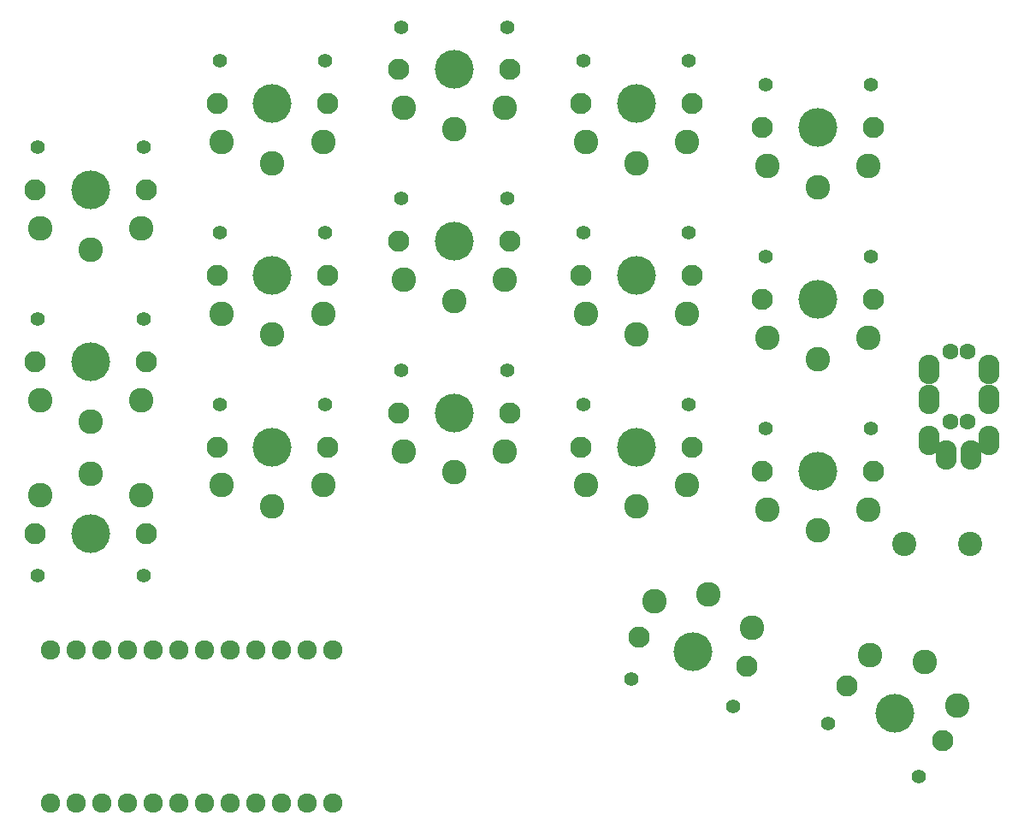
<source format=gts>
G04 #@! TF.GenerationSoftware,KiCad,Pcbnew,5.1.6*
G04 #@! TF.CreationDate,2020-07-27T10:41:18+01:00*
G04 #@! TF.ProjectId,cradio10,63726164-696f-4313-902e-6b696361645f,1.0*
G04 #@! TF.SameCoordinates,Original*
G04 #@! TF.FileFunction,Soldermask,Top*
G04 #@! TF.FilePolarity,Negative*
%FSLAX46Y46*%
G04 Gerber Fmt 4.6, Leading zero omitted, Abs format (unit mm)*
G04 Created by KiCad (PCBNEW 5.1.6) date 2020-07-27 10:41:18*
%MOMM*%
%LPD*%
G01*
G04 APERTURE LIST*
%ADD10C,1.390600*%
%ADD11C,2.432000*%
%ADD12C,3.829000*%
%ADD13C,2.101800*%
%ADD14C,2.400000*%
%ADD15C,1.924000*%
%ADD16O,2.100000X2.900000*%
%ADD17C,1.600000*%
G04 APERTURE END LIST*
D10*
X97502827Y-85509853D03*
D11*
X109445142Y-80427577D03*
D12*
X103632000Y-82804000D03*
D11*
X99785883Y-77839387D03*
X105159032Y-77105038D03*
D10*
X107587093Y-88211924D03*
D13*
X108944592Y-84227505D03*
X98319408Y-81380495D03*
D10*
X110780000Y-60720000D03*
D11*
X121000000Y-68720000D03*
D12*
X116000000Y-64920000D03*
D11*
X111000000Y-68720000D03*
X116000000Y-70820000D03*
D10*
X121220000Y-60720000D03*
D13*
X121500000Y-64920000D03*
X110500000Y-64920000D03*
D10*
X116959347Y-89937307D03*
D11*
X129810127Y-88119103D03*
D12*
X123580000Y-88910000D03*
D11*
X121149873Y-83119103D03*
X126530000Y-83800450D03*
D10*
X126000653Y-95157307D03*
D13*
X128343140Y-91660000D03*
X118816860Y-86160000D03*
D10*
X92780000Y-58345000D03*
D11*
X103000000Y-66345000D03*
D12*
X98000000Y-62545000D03*
D11*
X93000000Y-66345000D03*
X98000000Y-68445000D03*
D10*
X103220000Y-58345000D03*
D13*
X103500000Y-62545000D03*
X92500000Y-62545000D03*
D10*
X74780000Y-54970000D03*
D11*
X85000000Y-62970000D03*
D12*
X80000000Y-59170000D03*
D11*
X75000000Y-62970000D03*
X80000000Y-65070000D03*
D10*
X85220000Y-54970000D03*
D13*
X85500000Y-59170000D03*
X74500000Y-59170000D03*
D10*
X56780000Y-58345000D03*
D11*
X67000000Y-66345000D03*
D12*
X62000000Y-62545000D03*
D11*
X57000000Y-66345000D03*
X62000000Y-68445000D03*
D10*
X67220000Y-58345000D03*
D13*
X67500000Y-62545000D03*
X56500000Y-62545000D03*
D10*
X38780000Y-75305000D03*
D11*
X49000000Y-67305000D03*
D12*
X44000000Y-71105000D03*
D11*
X39000000Y-67305000D03*
X44000000Y-65205000D03*
D10*
X49220000Y-75305000D03*
D13*
X49500000Y-71105000D03*
X38500000Y-71105000D03*
D10*
X110780000Y-43720000D03*
D11*
X121000000Y-51720000D03*
D12*
X116000000Y-47920000D03*
D11*
X111000000Y-51720000D03*
X116000000Y-53820000D03*
D10*
X121220000Y-43720000D03*
D13*
X121500000Y-47920000D03*
X110500000Y-47920000D03*
D10*
X92780000Y-41340000D03*
D11*
X103000000Y-49340000D03*
D12*
X98000000Y-45540000D03*
D11*
X93000000Y-49340000D03*
X98000000Y-51440000D03*
D10*
X103220000Y-41340000D03*
D13*
X103500000Y-45540000D03*
X92500000Y-45540000D03*
D10*
X74780000Y-37970000D03*
D11*
X85000000Y-45970000D03*
D12*
X80000000Y-42170000D03*
D11*
X75000000Y-45970000D03*
X80000000Y-48070000D03*
D10*
X85220000Y-37970000D03*
D13*
X85500000Y-42170000D03*
X74500000Y-42170000D03*
D10*
X56780000Y-41340000D03*
D11*
X67000000Y-49340000D03*
D12*
X62000000Y-45540000D03*
D11*
X57000000Y-49340000D03*
X62000000Y-51440000D03*
D10*
X67220000Y-41340000D03*
D13*
X67500000Y-45540000D03*
X56500000Y-45540000D03*
D10*
X38780000Y-49900000D03*
D11*
X49000000Y-57900000D03*
D12*
X44000000Y-54100000D03*
D11*
X39000000Y-57900000D03*
X44000000Y-60000000D03*
D10*
X49220000Y-49900000D03*
D13*
X49500000Y-54100000D03*
X38500000Y-54100000D03*
D10*
X110780000Y-26720000D03*
D11*
X121000000Y-34720000D03*
D12*
X116000000Y-30920000D03*
D11*
X111000000Y-34720000D03*
X116000000Y-36820000D03*
D10*
X121220000Y-26720000D03*
D13*
X121500000Y-30920000D03*
X110500000Y-30920000D03*
D10*
X92780000Y-24340000D03*
D11*
X103000000Y-32340000D03*
D12*
X98000000Y-28540000D03*
D11*
X93000000Y-32340000D03*
X98000000Y-34440000D03*
D10*
X103220000Y-24340000D03*
D13*
X103500000Y-28540000D03*
X92500000Y-28540000D03*
D10*
X74780000Y-20980000D03*
D11*
X85000000Y-28980000D03*
D12*
X80000000Y-25180000D03*
D11*
X75000000Y-28980000D03*
X80000000Y-31080000D03*
D10*
X85220000Y-20980000D03*
D13*
X85500000Y-25180000D03*
X74500000Y-25180000D03*
D10*
X38780000Y-32900000D03*
D11*
X49000000Y-40900000D03*
D12*
X44000000Y-37100000D03*
D11*
X39000000Y-40900000D03*
X44000000Y-43000000D03*
D10*
X49220000Y-32900000D03*
D13*
X49500000Y-37100000D03*
X38500000Y-37100000D03*
D10*
X56780000Y-24340000D03*
D11*
X67000000Y-32340000D03*
D12*
X62000000Y-28540000D03*
D11*
X57000000Y-32340000D03*
X62000000Y-34440000D03*
D10*
X67220000Y-24340000D03*
D13*
X67500000Y-28540000D03*
X56500000Y-28540000D03*
D14*
X124512000Y-72136000D03*
X131012000Y-72136000D03*
D15*
X40062000Y-97838600D03*
X42602000Y-97838600D03*
X45142000Y-97838600D03*
X47682000Y-97838600D03*
X50222000Y-97838600D03*
X52762000Y-97838600D03*
X55302000Y-97838600D03*
X57842000Y-97838600D03*
X60382000Y-97838600D03*
X62922000Y-97838600D03*
X65462000Y-97838600D03*
X68002000Y-97838600D03*
X68002000Y-82618600D03*
X65462000Y-82618600D03*
X62922000Y-82618600D03*
X60382000Y-82618600D03*
X57842000Y-82618600D03*
X55302000Y-82618600D03*
X52762000Y-82618600D03*
X50222000Y-82618600D03*
X47682000Y-82618600D03*
X45142000Y-82618600D03*
X42602000Y-82618600D03*
X40062000Y-82618600D03*
D16*
X128710000Y-63362000D03*
X132910000Y-61862000D03*
X132910000Y-57862000D03*
X132910000Y-54862000D03*
D17*
X130810000Y-60062000D03*
X130810000Y-53062000D03*
D16*
X126960000Y-57862000D03*
X126960000Y-54862000D03*
X131160000Y-63362000D03*
X126960000Y-61862000D03*
D17*
X129060000Y-53062000D03*
X129060000Y-60062000D03*
M02*

</source>
